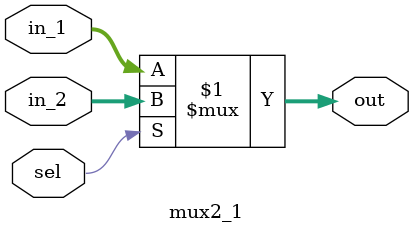
<source format=v>
module mux2_1 #(parameter BUS_SIZE = 32)
               (input  [BUS_SIZE - 1:0] in_1, in_2,
                input                   sel,
                output [BUS_SIZE - 1:0] out);
    
    assign out = sel ? in_2 : in_1;

endmodule
</source>
